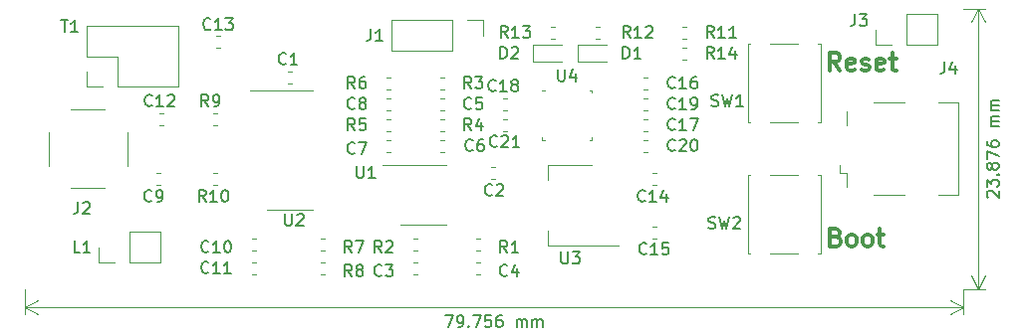
<source format=gbr>
G04 #@! TF.GenerationSoftware,KiCad,Pcbnew,5.1.5-52549c5~86~ubuntu19.10.1*
G04 #@! TF.CreationDate,2020-05-06T16:47:36-07:00*
G04 #@! TF.ProjectId,sdr,7364722e-6b69-4636-9164-5f7063625858,rev?*
G04 #@! TF.SameCoordinates,Original*
G04 #@! TF.FileFunction,Legend,Top*
G04 #@! TF.FilePolarity,Positive*
%FSLAX46Y46*%
G04 Gerber Fmt 4.6, Leading zero omitted, Abs format (unit mm)*
G04 Created by KiCad (PCBNEW 5.1.5-52549c5~86~ubuntu19.10.1) date 2020-05-06 16:47:36*
%MOMM*%
%LPD*%
G04 APERTURE LIST*
%ADD10C,0.150000*%
%ADD11C,0.120000*%
%ADD12C,0.300000*%
G04 APERTURE END LIST*
D10*
X96067619Y-28272857D02*
X96020000Y-28225238D01*
X95972380Y-28130000D01*
X95972380Y-27891904D01*
X96020000Y-27796666D01*
X96067619Y-27749047D01*
X96162857Y-27701428D01*
X96258095Y-27701428D01*
X96400952Y-27749047D01*
X96972380Y-28320476D01*
X96972380Y-27701428D01*
X95972380Y-27368095D02*
X95972380Y-26749047D01*
X96353333Y-27082380D01*
X96353333Y-26939523D01*
X96400952Y-26844285D01*
X96448571Y-26796666D01*
X96543809Y-26749047D01*
X96781904Y-26749047D01*
X96877142Y-26796666D01*
X96924761Y-26844285D01*
X96972380Y-26939523D01*
X96972380Y-27225238D01*
X96924761Y-27320476D01*
X96877142Y-27368095D01*
X96877142Y-26320476D02*
X96924761Y-26272857D01*
X96972380Y-26320476D01*
X96924761Y-26368095D01*
X96877142Y-26320476D01*
X96972380Y-26320476D01*
X96400952Y-25701428D02*
X96353333Y-25796666D01*
X96305714Y-25844285D01*
X96210476Y-25891904D01*
X96162857Y-25891904D01*
X96067619Y-25844285D01*
X96020000Y-25796666D01*
X95972380Y-25701428D01*
X95972380Y-25510952D01*
X96020000Y-25415714D01*
X96067619Y-25368095D01*
X96162857Y-25320476D01*
X96210476Y-25320476D01*
X96305714Y-25368095D01*
X96353333Y-25415714D01*
X96400952Y-25510952D01*
X96400952Y-25701428D01*
X96448571Y-25796666D01*
X96496190Y-25844285D01*
X96591428Y-25891904D01*
X96781904Y-25891904D01*
X96877142Y-25844285D01*
X96924761Y-25796666D01*
X96972380Y-25701428D01*
X96972380Y-25510952D01*
X96924761Y-25415714D01*
X96877142Y-25368095D01*
X96781904Y-25320476D01*
X96591428Y-25320476D01*
X96496190Y-25368095D01*
X96448571Y-25415714D01*
X96400952Y-25510952D01*
X95972380Y-24987142D02*
X95972380Y-24320476D01*
X96972380Y-24749047D01*
X95972380Y-23510952D02*
X95972380Y-23701428D01*
X96020000Y-23796666D01*
X96067619Y-23844285D01*
X96210476Y-23939523D01*
X96400952Y-23987142D01*
X96781904Y-23987142D01*
X96877142Y-23939523D01*
X96924761Y-23891904D01*
X96972380Y-23796666D01*
X96972380Y-23606190D01*
X96924761Y-23510952D01*
X96877142Y-23463333D01*
X96781904Y-23415714D01*
X96543809Y-23415714D01*
X96448571Y-23463333D01*
X96400952Y-23510952D01*
X96353333Y-23606190D01*
X96353333Y-23796666D01*
X96400952Y-23891904D01*
X96448571Y-23939523D01*
X96543809Y-23987142D01*
X96972380Y-22225238D02*
X96305714Y-22225238D01*
X96400952Y-22225238D02*
X96353333Y-22177619D01*
X96305714Y-22082380D01*
X96305714Y-21939523D01*
X96353333Y-21844285D01*
X96448571Y-21796666D01*
X96972380Y-21796666D01*
X96448571Y-21796666D02*
X96353333Y-21749047D01*
X96305714Y-21653809D01*
X96305714Y-21510952D01*
X96353333Y-21415714D01*
X96448571Y-21368095D01*
X96972380Y-21368095D01*
X96972380Y-20891904D02*
X96305714Y-20891904D01*
X96400952Y-20891904D02*
X96353333Y-20844285D01*
X96305714Y-20749047D01*
X96305714Y-20606190D01*
X96353333Y-20510952D01*
X96448571Y-20463333D01*
X96972380Y-20463333D01*
X96448571Y-20463333D02*
X96353333Y-20415714D01*
X96305714Y-20320476D01*
X96305714Y-20177619D01*
X96353333Y-20082380D01*
X96448571Y-20034761D01*
X96972380Y-20034761D01*
D11*
X95250000Y-36068000D02*
X95250000Y-12192000D01*
X93980000Y-36068000D02*
X95836421Y-36068000D01*
X93980000Y-12192000D02*
X95836421Y-12192000D01*
X95250000Y-12192000D02*
X95836421Y-13318504D01*
X95250000Y-12192000D02*
X94663579Y-13318504D01*
X95250000Y-36068000D02*
X95836421Y-34941496D01*
X95250000Y-36068000D02*
X94663579Y-34941496D01*
D10*
X49911523Y-38314379D02*
X50578190Y-38314379D01*
X50149619Y-39314379D01*
X51006761Y-39314379D02*
X51197238Y-39314379D01*
X51292476Y-39266760D01*
X51340095Y-39219141D01*
X51435333Y-39076284D01*
X51482952Y-38885808D01*
X51482952Y-38504856D01*
X51435333Y-38409618D01*
X51387714Y-38361999D01*
X51292476Y-38314379D01*
X51102000Y-38314379D01*
X51006761Y-38361999D01*
X50959142Y-38409618D01*
X50911523Y-38504856D01*
X50911523Y-38742951D01*
X50959142Y-38838189D01*
X51006761Y-38885808D01*
X51102000Y-38933427D01*
X51292476Y-38933427D01*
X51387714Y-38885808D01*
X51435333Y-38838189D01*
X51482952Y-38742951D01*
X51911523Y-39219141D02*
X51959142Y-39266760D01*
X51911523Y-39314379D01*
X51863904Y-39266760D01*
X51911523Y-39219141D01*
X51911523Y-39314379D01*
X52292476Y-38314379D02*
X52959142Y-38314379D01*
X52530571Y-39314379D01*
X53816285Y-38314379D02*
X53340095Y-38314379D01*
X53292476Y-38790570D01*
X53340095Y-38742951D01*
X53435333Y-38695332D01*
X53673428Y-38695332D01*
X53768666Y-38742951D01*
X53816285Y-38790570D01*
X53863904Y-38885808D01*
X53863904Y-39123903D01*
X53816285Y-39219141D01*
X53768666Y-39266760D01*
X53673428Y-39314379D01*
X53435333Y-39314379D01*
X53340095Y-39266760D01*
X53292476Y-39219141D01*
X54721047Y-38314379D02*
X54530571Y-38314379D01*
X54435333Y-38361999D01*
X54387714Y-38409618D01*
X54292476Y-38552475D01*
X54244857Y-38742951D01*
X54244857Y-39123903D01*
X54292476Y-39219141D01*
X54340095Y-39266760D01*
X54435333Y-39314379D01*
X54625809Y-39314379D01*
X54721047Y-39266760D01*
X54768666Y-39219141D01*
X54816285Y-39123903D01*
X54816285Y-38885808D01*
X54768666Y-38790570D01*
X54721047Y-38742951D01*
X54625809Y-38695332D01*
X54435333Y-38695332D01*
X54340095Y-38742951D01*
X54292476Y-38790570D01*
X54244857Y-38885808D01*
X56006761Y-39314379D02*
X56006761Y-38647713D01*
X56006761Y-38742951D02*
X56054380Y-38695332D01*
X56149619Y-38647713D01*
X56292476Y-38647713D01*
X56387714Y-38695332D01*
X56435333Y-38790570D01*
X56435333Y-39314379D01*
X56435333Y-38790570D02*
X56482952Y-38695332D01*
X56578190Y-38647713D01*
X56721047Y-38647713D01*
X56816285Y-38695332D01*
X56863904Y-38790570D01*
X56863904Y-39314379D01*
X57340095Y-39314379D02*
X57340095Y-38647713D01*
X57340095Y-38742951D02*
X57387714Y-38695332D01*
X57482952Y-38647713D01*
X57625809Y-38647713D01*
X57721047Y-38695332D01*
X57768666Y-38790570D01*
X57768666Y-39314379D01*
X57768666Y-38790570D02*
X57816285Y-38695332D01*
X57911523Y-38647713D01*
X58054380Y-38647713D01*
X58149619Y-38695332D01*
X58197238Y-38790570D01*
X58197238Y-39314379D01*
D11*
X14224000Y-37591999D02*
X93980000Y-37591999D01*
X14224000Y-36068000D02*
X14224000Y-38178420D01*
X93980000Y-36068000D02*
X93980000Y-38178420D01*
X93980000Y-37591999D02*
X92853496Y-38178420D01*
X93980000Y-37591999D02*
X92853496Y-37005578D01*
X14224000Y-37591999D02*
X15350504Y-38178420D01*
X14224000Y-37591999D02*
X15350504Y-37005578D01*
D12*
X83157428Y-31642857D02*
X83371714Y-31714285D01*
X83443142Y-31785714D01*
X83514571Y-31928571D01*
X83514571Y-32142857D01*
X83443142Y-32285714D01*
X83371714Y-32357142D01*
X83228857Y-32428571D01*
X82657428Y-32428571D01*
X82657428Y-30928571D01*
X83157428Y-30928571D01*
X83300285Y-31000000D01*
X83371714Y-31071428D01*
X83443142Y-31214285D01*
X83443142Y-31357142D01*
X83371714Y-31500000D01*
X83300285Y-31571428D01*
X83157428Y-31642857D01*
X82657428Y-31642857D01*
X84371714Y-32428571D02*
X84228857Y-32357142D01*
X84157428Y-32285714D01*
X84086000Y-32142857D01*
X84086000Y-31714285D01*
X84157428Y-31571428D01*
X84228857Y-31500000D01*
X84371714Y-31428571D01*
X84586000Y-31428571D01*
X84728857Y-31500000D01*
X84800285Y-31571428D01*
X84871714Y-31714285D01*
X84871714Y-32142857D01*
X84800285Y-32285714D01*
X84728857Y-32357142D01*
X84586000Y-32428571D01*
X84371714Y-32428571D01*
X85728857Y-32428571D02*
X85586000Y-32357142D01*
X85514571Y-32285714D01*
X85443142Y-32142857D01*
X85443142Y-31714285D01*
X85514571Y-31571428D01*
X85586000Y-31500000D01*
X85728857Y-31428571D01*
X85943142Y-31428571D01*
X86086000Y-31500000D01*
X86157428Y-31571428D01*
X86228857Y-31714285D01*
X86228857Y-32142857D01*
X86157428Y-32285714D01*
X86086000Y-32357142D01*
X85943142Y-32428571D01*
X85728857Y-32428571D01*
X86657428Y-31428571D02*
X87228857Y-31428571D01*
X86871714Y-30928571D02*
X86871714Y-32214285D01*
X86943142Y-32357142D01*
X87086000Y-32428571D01*
X87228857Y-32428571D01*
X83486857Y-17442571D02*
X82986857Y-16728285D01*
X82629714Y-17442571D02*
X82629714Y-15942571D01*
X83201142Y-15942571D01*
X83344000Y-16014000D01*
X83415428Y-16085428D01*
X83486857Y-16228285D01*
X83486857Y-16442571D01*
X83415428Y-16585428D01*
X83344000Y-16656857D01*
X83201142Y-16728285D01*
X82629714Y-16728285D01*
X84701142Y-17371142D02*
X84558285Y-17442571D01*
X84272571Y-17442571D01*
X84129714Y-17371142D01*
X84058285Y-17228285D01*
X84058285Y-16656857D01*
X84129714Y-16514000D01*
X84272571Y-16442571D01*
X84558285Y-16442571D01*
X84701142Y-16514000D01*
X84772571Y-16656857D01*
X84772571Y-16799714D01*
X84058285Y-16942571D01*
X85344000Y-17371142D02*
X85486857Y-17442571D01*
X85772571Y-17442571D01*
X85915428Y-17371142D01*
X85986857Y-17228285D01*
X85986857Y-17156857D01*
X85915428Y-17014000D01*
X85772571Y-16942571D01*
X85558285Y-16942571D01*
X85415428Y-16871142D01*
X85344000Y-16728285D01*
X85344000Y-16656857D01*
X85415428Y-16514000D01*
X85558285Y-16442571D01*
X85772571Y-16442571D01*
X85915428Y-16514000D01*
X87201142Y-17371142D02*
X87058285Y-17442571D01*
X86772571Y-17442571D01*
X86629714Y-17371142D01*
X86558285Y-17228285D01*
X86558285Y-16656857D01*
X86629714Y-16514000D01*
X86772571Y-16442571D01*
X87058285Y-16442571D01*
X87201142Y-16514000D01*
X87272571Y-16656857D01*
X87272571Y-16799714D01*
X86558285Y-16942571D01*
X87701142Y-16442571D02*
X88272571Y-16442571D01*
X87915428Y-15942571D02*
X87915428Y-17228285D01*
X87986857Y-17371142D01*
X88129714Y-17442571D01*
X88272571Y-17442571D01*
D11*
X86554000Y-15300000D02*
X86554000Y-13970000D01*
X87884000Y-15300000D02*
X86554000Y-15300000D01*
X89154000Y-15300000D02*
X89154000Y-12640000D01*
X89154000Y-12640000D02*
X91754000Y-12640000D01*
X89154000Y-15300000D02*
X91754000Y-15300000D01*
X91754000Y-15300000D02*
X91754000Y-12640000D01*
X53146000Y-13148000D02*
X53146000Y-14478000D01*
X51816000Y-13148000D02*
X53146000Y-13148000D01*
X50546000Y-13148000D02*
X50546000Y-15808000D01*
X50546000Y-15808000D02*
X45406000Y-15808000D01*
X50546000Y-13148000D02*
X45406000Y-13148000D01*
X45406000Y-13148000D02*
X45406000Y-15808000D01*
X20514000Y-33842000D02*
X20514000Y-32512000D01*
X21844000Y-33842000D02*
X20514000Y-33842000D01*
X23114000Y-33842000D02*
X23114000Y-31182000D01*
X23114000Y-31182000D02*
X25714000Y-31182000D01*
X23114000Y-33842000D02*
X25714000Y-33842000D01*
X25714000Y-33842000D02*
X25714000Y-31182000D01*
X19498000Y-18856000D02*
X19498000Y-17526000D01*
X20828000Y-18856000D02*
X19498000Y-18856000D01*
X19498000Y-16256000D02*
X19498000Y-13656000D01*
X22098000Y-16256000D02*
X19498000Y-16256000D01*
X22098000Y-18856000D02*
X22098000Y-16256000D01*
X19498000Y-13656000D02*
X27238000Y-13656000D01*
X22098000Y-18856000D02*
X27238000Y-18856000D01*
X27238000Y-18856000D02*
X27238000Y-13656000D01*
X81840000Y-33068000D02*
X81840000Y-26368000D01*
X75640000Y-26368000D02*
X75640000Y-33068000D01*
X77540000Y-26368000D02*
X79940000Y-26368000D01*
X77540000Y-33068000D02*
X79940000Y-33068000D01*
X75640000Y-33068000D02*
X75840000Y-33068000D01*
X81840000Y-33068000D02*
X81640000Y-33068000D01*
X81840000Y-26368000D02*
X81640000Y-26368000D01*
X75640000Y-26368000D02*
X75840000Y-26368000D01*
X81840000Y-21892000D02*
X81840000Y-15192000D01*
X75640000Y-15192000D02*
X75640000Y-21892000D01*
X77540000Y-15192000D02*
X79940000Y-15192000D01*
X77540000Y-21892000D02*
X79940000Y-21892000D01*
X75640000Y-21892000D02*
X75840000Y-21892000D01*
X81840000Y-21892000D02*
X81640000Y-21892000D01*
X81840000Y-15192000D02*
X81640000Y-15192000D01*
X75640000Y-15192000D02*
X75840000Y-15192000D01*
X21008000Y-27485000D02*
X18108000Y-27485000D01*
X21008000Y-20775000D02*
X18108000Y-20775000D01*
X16203000Y-25580000D02*
X16203000Y-22680000D01*
X22913000Y-25580000D02*
X22913000Y-22680000D01*
X93534000Y-20170000D02*
X91874000Y-20170000D01*
X93534000Y-28090000D02*
X93534000Y-20170000D01*
X91874000Y-28090000D02*
X93534000Y-28090000D01*
X84064000Y-22080000D02*
X84064000Y-20930000D01*
X83474000Y-26180000D02*
X83474000Y-25480000D01*
X84064000Y-26180000D02*
X83474000Y-26180000D01*
X84064000Y-27330000D02*
X84064000Y-26180000D01*
X86374000Y-20170000D02*
X88974000Y-20170000D01*
X88974000Y-28090000D02*
X86374000Y-28090000D01*
X58407500Y-19131500D02*
X58182500Y-19131500D01*
X62402500Y-23351500D02*
X62402500Y-23126500D01*
X62177500Y-23351500D02*
X62402500Y-23351500D01*
X58182500Y-23351500D02*
X58182500Y-23126500D01*
X58407500Y-23351500D02*
X58182500Y-23351500D01*
X62402500Y-19131500D02*
X62402500Y-19356500D01*
X62177500Y-19131500D02*
X62402500Y-19131500D01*
X64654000Y-32366000D02*
X58644000Y-32366000D01*
X62404000Y-25546000D02*
X58644000Y-25546000D01*
X58644000Y-32366000D02*
X58644000Y-31106000D01*
X58644000Y-25546000D02*
X58644000Y-26806000D01*
X36765000Y-19197000D02*
X33315000Y-19197000D01*
X36765000Y-19197000D02*
X38715000Y-19197000D01*
X36765000Y-29317000D02*
X34815000Y-29317000D01*
X36765000Y-29317000D02*
X38715000Y-29317000D01*
X48071000Y-25507000D02*
X44621000Y-25507000D01*
X48071000Y-25507000D02*
X50021000Y-25507000D01*
X48071000Y-30627000D02*
X46121000Y-30627000D01*
X48071000Y-30627000D02*
X50021000Y-30627000D01*
X70416267Y-15492000D02*
X70073733Y-15492000D01*
X70416267Y-16512000D02*
X70073733Y-16512000D01*
X59212267Y-13714000D02*
X58869733Y-13714000D01*
X59212267Y-14734000D02*
X58869733Y-14734000D01*
X63022267Y-13714000D02*
X62679733Y-13714000D01*
X63022267Y-14734000D02*
X62679733Y-14734000D01*
X70045733Y-14734000D02*
X70388267Y-14734000D01*
X70045733Y-13714000D02*
X70388267Y-13714000D01*
X30510267Y-26160000D02*
X30167733Y-26160000D01*
X30510267Y-27180000D02*
X30167733Y-27180000D01*
X30538267Y-21080000D02*
X30195733Y-21080000D01*
X30538267Y-22100000D02*
X30195733Y-22100000D01*
X39682267Y-33780000D02*
X39339733Y-33780000D01*
X39682267Y-34800000D02*
X39339733Y-34800000D01*
X39682267Y-31748000D02*
X39339733Y-31748000D01*
X39682267Y-32768000D02*
X39339733Y-32768000D01*
X45242267Y-18032000D02*
X44899733Y-18032000D01*
X45242267Y-19052000D02*
X44899733Y-19052000D01*
X45242267Y-21588000D02*
X44899733Y-21588000D01*
X45242267Y-22608000D02*
X44899733Y-22608000D01*
X49471733Y-22608000D02*
X49814267Y-22608000D01*
X49471733Y-21588000D02*
X49814267Y-21588000D01*
X49471733Y-19052000D02*
X49814267Y-19052000D01*
X49471733Y-18032000D02*
X49814267Y-18032000D01*
X47556267Y-31748000D02*
X47213733Y-31748000D01*
X47556267Y-32768000D02*
X47213733Y-32768000D01*
X52862267Y-31748000D02*
X52519733Y-31748000D01*
X52862267Y-32768000D02*
X52519733Y-32768000D01*
X57381000Y-16737000D02*
X59841000Y-16737000D01*
X57381000Y-15267000D02*
X57381000Y-16737000D01*
X59841000Y-15267000D02*
X57381000Y-15267000D01*
X61191000Y-16737000D02*
X63651000Y-16737000D01*
X61191000Y-15267000D02*
X61191000Y-16737000D01*
X63651000Y-15267000D02*
X61191000Y-15267000D01*
X55148267Y-21588000D02*
X54805733Y-21588000D01*
X55148267Y-22608000D02*
X54805733Y-22608000D01*
X66771733Y-24386000D02*
X67114267Y-24386000D01*
X66771733Y-23366000D02*
X67114267Y-23366000D01*
X66771733Y-20830000D02*
X67114267Y-20830000D01*
X66771733Y-19810000D02*
X67114267Y-19810000D01*
X55148267Y-19810000D02*
X54805733Y-19810000D01*
X55148267Y-20830000D02*
X54805733Y-20830000D01*
X66771733Y-22608000D02*
X67114267Y-22608000D01*
X66771733Y-21588000D02*
X67114267Y-21588000D01*
X66771733Y-19052000D02*
X67114267Y-19052000D01*
X66771733Y-18032000D02*
X67114267Y-18032000D01*
X67848267Y-30732000D02*
X67505733Y-30732000D01*
X67848267Y-31752000D02*
X67505733Y-31752000D01*
X67533733Y-27180000D02*
X67876267Y-27180000D01*
X67533733Y-26160000D02*
X67876267Y-26160000D01*
X30449733Y-15496000D02*
X30792267Y-15496000D01*
X30449733Y-14476000D02*
X30792267Y-14476000D01*
X25938267Y-21080000D02*
X25595733Y-21080000D01*
X25938267Y-22100000D02*
X25595733Y-22100000D01*
X33812267Y-33780000D02*
X33469733Y-33780000D01*
X33812267Y-34800000D02*
X33469733Y-34800000D01*
X33812267Y-31748000D02*
X33469733Y-31748000D01*
X33812267Y-32768000D02*
X33469733Y-32768000D01*
X25684267Y-26160000D02*
X25341733Y-26160000D01*
X25684267Y-27180000D02*
X25341733Y-27180000D01*
X44899733Y-20830000D02*
X45242267Y-20830000D01*
X44899733Y-19810000D02*
X45242267Y-19810000D01*
X45242267Y-23366000D02*
X44899733Y-23366000D01*
X45242267Y-24386000D02*
X44899733Y-24386000D01*
X49471733Y-24386000D02*
X49814267Y-24386000D01*
X49471733Y-23366000D02*
X49814267Y-23366000D01*
X49842267Y-19810000D02*
X49499733Y-19810000D01*
X49842267Y-20830000D02*
X49499733Y-20830000D01*
X52519733Y-34800000D02*
X52862267Y-34800000D01*
X52519733Y-33780000D02*
X52862267Y-33780000D01*
X47528267Y-33780000D02*
X47185733Y-33780000D01*
X47528267Y-34800000D02*
X47185733Y-34800000D01*
X53817733Y-26672000D02*
X54160267Y-26672000D01*
X53817733Y-25652000D02*
X54160267Y-25652000D01*
X36860267Y-17524000D02*
X36517733Y-17524000D01*
X36860267Y-18544000D02*
X36517733Y-18544000D01*
D10*
X84756666Y-12660380D02*
X84756666Y-13374666D01*
X84709047Y-13517523D01*
X84613809Y-13612761D01*
X84470952Y-13660380D01*
X84375714Y-13660380D01*
X85137619Y-12660380D02*
X85756666Y-12660380D01*
X85423333Y-13041333D01*
X85566190Y-13041333D01*
X85661428Y-13088952D01*
X85709047Y-13136571D01*
X85756666Y-13231809D01*
X85756666Y-13469904D01*
X85709047Y-13565142D01*
X85661428Y-13612761D01*
X85566190Y-13660380D01*
X85280476Y-13660380D01*
X85185238Y-13612761D01*
X85137619Y-13565142D01*
X43608666Y-13930380D02*
X43608666Y-14644666D01*
X43561047Y-14787523D01*
X43465809Y-14882761D01*
X43322952Y-14930380D01*
X43227714Y-14930380D01*
X44608666Y-14930380D02*
X44037238Y-14930380D01*
X44322952Y-14930380D02*
X44322952Y-13930380D01*
X44227714Y-14073238D01*
X44132476Y-14168476D01*
X44037238Y-14216095D01*
X18883333Y-32964380D02*
X18407142Y-32964380D01*
X18407142Y-31964380D01*
X19740476Y-32964380D02*
X19169047Y-32964380D01*
X19454761Y-32964380D02*
X19454761Y-31964380D01*
X19359523Y-32107238D01*
X19264285Y-32202476D01*
X19169047Y-32250095D01*
X17272095Y-13168380D02*
X17843523Y-13168380D01*
X17557809Y-14168380D02*
X17557809Y-13168380D01*
X18700666Y-14168380D02*
X18129238Y-14168380D01*
X18414952Y-14168380D02*
X18414952Y-13168380D01*
X18319714Y-13311238D01*
X18224476Y-13406476D01*
X18129238Y-13454095D01*
X72326666Y-30884761D02*
X72469523Y-30932380D01*
X72707619Y-30932380D01*
X72802857Y-30884761D01*
X72850476Y-30837142D01*
X72898095Y-30741904D01*
X72898095Y-30646666D01*
X72850476Y-30551428D01*
X72802857Y-30503809D01*
X72707619Y-30456190D01*
X72517142Y-30408571D01*
X72421904Y-30360952D01*
X72374285Y-30313333D01*
X72326666Y-30218095D01*
X72326666Y-30122857D01*
X72374285Y-30027619D01*
X72421904Y-29980000D01*
X72517142Y-29932380D01*
X72755238Y-29932380D01*
X72898095Y-29980000D01*
X73231428Y-29932380D02*
X73469523Y-30932380D01*
X73660000Y-30218095D01*
X73850476Y-30932380D01*
X74088571Y-29932380D01*
X74421904Y-30027619D02*
X74469523Y-29980000D01*
X74564761Y-29932380D01*
X74802857Y-29932380D01*
X74898095Y-29980000D01*
X74945714Y-30027619D01*
X74993333Y-30122857D01*
X74993333Y-30218095D01*
X74945714Y-30360952D01*
X74374285Y-30932380D01*
X74993333Y-30932380D01*
X72580666Y-20470761D02*
X72723523Y-20518380D01*
X72961619Y-20518380D01*
X73056857Y-20470761D01*
X73104476Y-20423142D01*
X73152095Y-20327904D01*
X73152095Y-20232666D01*
X73104476Y-20137428D01*
X73056857Y-20089809D01*
X72961619Y-20042190D01*
X72771142Y-19994571D01*
X72675904Y-19946952D01*
X72628285Y-19899333D01*
X72580666Y-19804095D01*
X72580666Y-19708857D01*
X72628285Y-19613619D01*
X72675904Y-19566000D01*
X72771142Y-19518380D01*
X73009238Y-19518380D01*
X73152095Y-19566000D01*
X73485428Y-19518380D02*
X73723523Y-20518380D01*
X73914000Y-19804095D01*
X74104476Y-20518380D01*
X74342571Y-19518380D01*
X75247333Y-20518380D02*
X74675904Y-20518380D01*
X74961619Y-20518380D02*
X74961619Y-19518380D01*
X74866380Y-19661238D01*
X74771142Y-19756476D01*
X74675904Y-19804095D01*
X18716666Y-28662380D02*
X18716666Y-29376666D01*
X18669047Y-29519523D01*
X18573809Y-29614761D01*
X18430952Y-29662380D01*
X18335714Y-29662380D01*
X19145238Y-28757619D02*
X19192857Y-28710000D01*
X19288095Y-28662380D01*
X19526190Y-28662380D01*
X19621428Y-28710000D01*
X19669047Y-28757619D01*
X19716666Y-28852857D01*
X19716666Y-28948095D01*
X19669047Y-29090952D01*
X19097619Y-29662380D01*
X19716666Y-29662380D01*
X92376666Y-16724380D02*
X92376666Y-17438666D01*
X92329047Y-17581523D01*
X92233809Y-17676761D01*
X92090952Y-17724380D01*
X91995714Y-17724380D01*
X93281428Y-17057714D02*
X93281428Y-17724380D01*
X93043333Y-16676761D02*
X92805238Y-17391047D01*
X93424285Y-17391047D01*
X59530595Y-17373880D02*
X59530595Y-18183404D01*
X59578214Y-18278642D01*
X59625833Y-18326261D01*
X59721071Y-18373880D01*
X59911547Y-18373880D01*
X60006785Y-18326261D01*
X60054404Y-18278642D01*
X60102023Y-18183404D01*
X60102023Y-17373880D01*
X61006785Y-17707214D02*
X61006785Y-18373880D01*
X60768690Y-17326261D02*
X60530595Y-18040547D01*
X61149642Y-18040547D01*
X59792095Y-32908380D02*
X59792095Y-33717904D01*
X59839714Y-33813142D01*
X59887333Y-33860761D01*
X59982571Y-33908380D01*
X60173047Y-33908380D01*
X60268285Y-33860761D01*
X60315904Y-33813142D01*
X60363523Y-33717904D01*
X60363523Y-32908380D01*
X60744476Y-32908380D02*
X61363523Y-32908380D01*
X61030190Y-33289333D01*
X61173047Y-33289333D01*
X61268285Y-33336952D01*
X61315904Y-33384571D01*
X61363523Y-33479809D01*
X61363523Y-33717904D01*
X61315904Y-33813142D01*
X61268285Y-33860761D01*
X61173047Y-33908380D01*
X60887333Y-33908380D01*
X60792095Y-33860761D01*
X60744476Y-33813142D01*
X36322095Y-29678380D02*
X36322095Y-30487904D01*
X36369714Y-30583142D01*
X36417333Y-30630761D01*
X36512571Y-30678380D01*
X36703047Y-30678380D01*
X36798285Y-30630761D01*
X36845904Y-30583142D01*
X36893523Y-30487904D01*
X36893523Y-29678380D01*
X37322095Y-29773619D02*
X37369714Y-29726000D01*
X37464952Y-29678380D01*
X37703047Y-29678380D01*
X37798285Y-29726000D01*
X37845904Y-29773619D01*
X37893523Y-29868857D01*
X37893523Y-29964095D01*
X37845904Y-30106952D01*
X37274476Y-30678380D01*
X37893523Y-30678380D01*
X42418095Y-25614380D02*
X42418095Y-26423904D01*
X42465714Y-26519142D01*
X42513333Y-26566761D01*
X42608571Y-26614380D01*
X42799047Y-26614380D01*
X42894285Y-26566761D01*
X42941904Y-26519142D01*
X42989523Y-26423904D01*
X42989523Y-25614380D01*
X43989523Y-26614380D02*
X43418095Y-26614380D01*
X43703809Y-26614380D02*
X43703809Y-25614380D01*
X43608571Y-25757238D01*
X43513333Y-25852476D01*
X43418095Y-25900095D01*
X72763142Y-16454380D02*
X72429809Y-15978190D01*
X72191714Y-16454380D02*
X72191714Y-15454380D01*
X72572666Y-15454380D01*
X72667904Y-15502000D01*
X72715523Y-15549619D01*
X72763142Y-15644857D01*
X72763142Y-15787714D01*
X72715523Y-15882952D01*
X72667904Y-15930571D01*
X72572666Y-15978190D01*
X72191714Y-15978190D01*
X73715523Y-16454380D02*
X73144095Y-16454380D01*
X73429809Y-16454380D02*
X73429809Y-15454380D01*
X73334571Y-15597238D01*
X73239333Y-15692476D01*
X73144095Y-15740095D01*
X74572666Y-15787714D02*
X74572666Y-16454380D01*
X74334571Y-15406761D02*
X74096476Y-16121047D01*
X74715523Y-16121047D01*
X55237142Y-14676380D02*
X54903809Y-14200190D01*
X54665714Y-14676380D02*
X54665714Y-13676380D01*
X55046666Y-13676380D01*
X55141904Y-13724000D01*
X55189523Y-13771619D01*
X55237142Y-13866857D01*
X55237142Y-14009714D01*
X55189523Y-14104952D01*
X55141904Y-14152571D01*
X55046666Y-14200190D01*
X54665714Y-14200190D01*
X56189523Y-14676380D02*
X55618095Y-14676380D01*
X55903809Y-14676380D02*
X55903809Y-13676380D01*
X55808571Y-13819238D01*
X55713333Y-13914476D01*
X55618095Y-13962095D01*
X56522857Y-13676380D02*
X57141904Y-13676380D01*
X56808571Y-14057333D01*
X56951428Y-14057333D01*
X57046666Y-14104952D01*
X57094285Y-14152571D01*
X57141904Y-14247809D01*
X57141904Y-14485904D01*
X57094285Y-14581142D01*
X57046666Y-14628761D01*
X56951428Y-14676380D01*
X56665714Y-14676380D01*
X56570476Y-14628761D01*
X56522857Y-14581142D01*
X65651142Y-14676380D02*
X65317809Y-14200190D01*
X65079714Y-14676380D02*
X65079714Y-13676380D01*
X65460666Y-13676380D01*
X65555904Y-13724000D01*
X65603523Y-13771619D01*
X65651142Y-13866857D01*
X65651142Y-14009714D01*
X65603523Y-14104952D01*
X65555904Y-14152571D01*
X65460666Y-14200190D01*
X65079714Y-14200190D01*
X66603523Y-14676380D02*
X66032095Y-14676380D01*
X66317809Y-14676380D02*
X66317809Y-13676380D01*
X66222571Y-13819238D01*
X66127333Y-13914476D01*
X66032095Y-13962095D01*
X66984476Y-13771619D02*
X67032095Y-13724000D01*
X67127333Y-13676380D01*
X67365428Y-13676380D01*
X67460666Y-13724000D01*
X67508285Y-13771619D01*
X67555904Y-13866857D01*
X67555904Y-13962095D01*
X67508285Y-14104952D01*
X66936857Y-14676380D01*
X67555904Y-14676380D01*
X72763142Y-14676380D02*
X72429809Y-14200190D01*
X72191714Y-14676380D02*
X72191714Y-13676380D01*
X72572666Y-13676380D01*
X72667904Y-13724000D01*
X72715523Y-13771619D01*
X72763142Y-13866857D01*
X72763142Y-14009714D01*
X72715523Y-14104952D01*
X72667904Y-14152571D01*
X72572666Y-14200190D01*
X72191714Y-14200190D01*
X73715523Y-14676380D02*
X73144095Y-14676380D01*
X73429809Y-14676380D02*
X73429809Y-13676380D01*
X73334571Y-13819238D01*
X73239333Y-13914476D01*
X73144095Y-13962095D01*
X74667904Y-14676380D02*
X74096476Y-14676380D01*
X74382190Y-14676380D02*
X74382190Y-13676380D01*
X74286952Y-13819238D01*
X74191714Y-13914476D01*
X74096476Y-13962095D01*
X29583142Y-28646380D02*
X29249809Y-28170190D01*
X29011714Y-28646380D02*
X29011714Y-27646380D01*
X29392666Y-27646380D01*
X29487904Y-27694000D01*
X29535523Y-27741619D01*
X29583142Y-27836857D01*
X29583142Y-27979714D01*
X29535523Y-28074952D01*
X29487904Y-28122571D01*
X29392666Y-28170190D01*
X29011714Y-28170190D01*
X30535523Y-28646380D02*
X29964095Y-28646380D01*
X30249809Y-28646380D02*
X30249809Y-27646380D01*
X30154571Y-27789238D01*
X30059333Y-27884476D01*
X29964095Y-27932095D01*
X31154571Y-27646380D02*
X31249809Y-27646380D01*
X31345047Y-27694000D01*
X31392666Y-27741619D01*
X31440285Y-27836857D01*
X31487904Y-28027333D01*
X31487904Y-28265428D01*
X31440285Y-28455904D01*
X31392666Y-28551142D01*
X31345047Y-28598761D01*
X31249809Y-28646380D01*
X31154571Y-28646380D01*
X31059333Y-28598761D01*
X31011714Y-28551142D01*
X30964095Y-28455904D01*
X30916476Y-28265428D01*
X30916476Y-28027333D01*
X30964095Y-27836857D01*
X31011714Y-27741619D01*
X31059333Y-27694000D01*
X31154571Y-27646380D01*
X29805333Y-20518380D02*
X29472000Y-20042190D01*
X29233904Y-20518380D02*
X29233904Y-19518380D01*
X29614857Y-19518380D01*
X29710095Y-19566000D01*
X29757714Y-19613619D01*
X29805333Y-19708857D01*
X29805333Y-19851714D01*
X29757714Y-19946952D01*
X29710095Y-19994571D01*
X29614857Y-20042190D01*
X29233904Y-20042190D01*
X30281523Y-20518380D02*
X30472000Y-20518380D01*
X30567238Y-20470761D01*
X30614857Y-20423142D01*
X30710095Y-20280285D01*
X30757714Y-20089809D01*
X30757714Y-19708857D01*
X30710095Y-19613619D01*
X30662476Y-19566000D01*
X30567238Y-19518380D01*
X30376761Y-19518380D01*
X30281523Y-19566000D01*
X30233904Y-19613619D01*
X30186285Y-19708857D01*
X30186285Y-19946952D01*
X30233904Y-20042190D01*
X30281523Y-20089809D01*
X30376761Y-20137428D01*
X30567238Y-20137428D01*
X30662476Y-20089809D01*
X30710095Y-20042190D01*
X30757714Y-19946952D01*
X41997333Y-34996380D02*
X41664000Y-34520190D01*
X41425904Y-34996380D02*
X41425904Y-33996380D01*
X41806857Y-33996380D01*
X41902095Y-34044000D01*
X41949714Y-34091619D01*
X41997333Y-34186857D01*
X41997333Y-34329714D01*
X41949714Y-34424952D01*
X41902095Y-34472571D01*
X41806857Y-34520190D01*
X41425904Y-34520190D01*
X42568761Y-34424952D02*
X42473523Y-34377333D01*
X42425904Y-34329714D01*
X42378285Y-34234476D01*
X42378285Y-34186857D01*
X42425904Y-34091619D01*
X42473523Y-34044000D01*
X42568761Y-33996380D01*
X42759238Y-33996380D01*
X42854476Y-34044000D01*
X42902095Y-34091619D01*
X42949714Y-34186857D01*
X42949714Y-34234476D01*
X42902095Y-34329714D01*
X42854476Y-34377333D01*
X42759238Y-34424952D01*
X42568761Y-34424952D01*
X42473523Y-34472571D01*
X42425904Y-34520190D01*
X42378285Y-34615428D01*
X42378285Y-34805904D01*
X42425904Y-34901142D01*
X42473523Y-34948761D01*
X42568761Y-34996380D01*
X42759238Y-34996380D01*
X42854476Y-34948761D01*
X42902095Y-34901142D01*
X42949714Y-34805904D01*
X42949714Y-34615428D01*
X42902095Y-34520190D01*
X42854476Y-34472571D01*
X42759238Y-34424952D01*
X41997333Y-32964380D02*
X41664000Y-32488190D01*
X41425904Y-32964380D02*
X41425904Y-31964380D01*
X41806857Y-31964380D01*
X41902095Y-32012000D01*
X41949714Y-32059619D01*
X41997333Y-32154857D01*
X41997333Y-32297714D01*
X41949714Y-32392952D01*
X41902095Y-32440571D01*
X41806857Y-32488190D01*
X41425904Y-32488190D01*
X42330666Y-31964380D02*
X42997333Y-31964380D01*
X42568761Y-32964380D01*
X42251333Y-18994380D02*
X41918000Y-18518190D01*
X41679904Y-18994380D02*
X41679904Y-17994380D01*
X42060857Y-17994380D01*
X42156095Y-18042000D01*
X42203714Y-18089619D01*
X42251333Y-18184857D01*
X42251333Y-18327714D01*
X42203714Y-18422952D01*
X42156095Y-18470571D01*
X42060857Y-18518190D01*
X41679904Y-18518190D01*
X43108476Y-17994380D02*
X42918000Y-17994380D01*
X42822761Y-18042000D01*
X42775142Y-18089619D01*
X42679904Y-18232476D01*
X42632285Y-18422952D01*
X42632285Y-18803904D01*
X42679904Y-18899142D01*
X42727523Y-18946761D01*
X42822761Y-18994380D01*
X43013238Y-18994380D01*
X43108476Y-18946761D01*
X43156095Y-18899142D01*
X43203714Y-18803904D01*
X43203714Y-18565809D01*
X43156095Y-18470571D01*
X43108476Y-18422952D01*
X43013238Y-18375333D01*
X42822761Y-18375333D01*
X42727523Y-18422952D01*
X42679904Y-18470571D01*
X42632285Y-18565809D01*
X42251333Y-22550380D02*
X41918000Y-22074190D01*
X41679904Y-22550380D02*
X41679904Y-21550380D01*
X42060857Y-21550380D01*
X42156095Y-21598000D01*
X42203714Y-21645619D01*
X42251333Y-21740857D01*
X42251333Y-21883714D01*
X42203714Y-21978952D01*
X42156095Y-22026571D01*
X42060857Y-22074190D01*
X41679904Y-22074190D01*
X43156095Y-21550380D02*
X42679904Y-21550380D01*
X42632285Y-22026571D01*
X42679904Y-21978952D01*
X42775142Y-21931333D01*
X43013238Y-21931333D01*
X43108476Y-21978952D01*
X43156095Y-22026571D01*
X43203714Y-22121809D01*
X43203714Y-22359904D01*
X43156095Y-22455142D01*
X43108476Y-22502761D01*
X43013238Y-22550380D01*
X42775142Y-22550380D01*
X42679904Y-22502761D01*
X42632285Y-22455142D01*
X52157333Y-22550380D02*
X51824000Y-22074190D01*
X51585904Y-22550380D02*
X51585904Y-21550380D01*
X51966857Y-21550380D01*
X52062095Y-21598000D01*
X52109714Y-21645619D01*
X52157333Y-21740857D01*
X52157333Y-21883714D01*
X52109714Y-21978952D01*
X52062095Y-22026571D01*
X51966857Y-22074190D01*
X51585904Y-22074190D01*
X53014476Y-21883714D02*
X53014476Y-22550380D01*
X52776380Y-21502761D02*
X52538285Y-22217047D01*
X53157333Y-22217047D01*
X52157333Y-18994380D02*
X51824000Y-18518190D01*
X51585904Y-18994380D02*
X51585904Y-17994380D01*
X51966857Y-17994380D01*
X52062095Y-18042000D01*
X52109714Y-18089619D01*
X52157333Y-18184857D01*
X52157333Y-18327714D01*
X52109714Y-18422952D01*
X52062095Y-18470571D01*
X51966857Y-18518190D01*
X51585904Y-18518190D01*
X52490666Y-17994380D02*
X53109714Y-17994380D01*
X52776380Y-18375333D01*
X52919238Y-18375333D01*
X53014476Y-18422952D01*
X53062095Y-18470571D01*
X53109714Y-18565809D01*
X53109714Y-18803904D01*
X53062095Y-18899142D01*
X53014476Y-18946761D01*
X52919238Y-18994380D01*
X52633523Y-18994380D01*
X52538285Y-18946761D01*
X52490666Y-18899142D01*
X44537333Y-32964380D02*
X44204000Y-32488190D01*
X43965904Y-32964380D02*
X43965904Y-31964380D01*
X44346857Y-31964380D01*
X44442095Y-32012000D01*
X44489714Y-32059619D01*
X44537333Y-32154857D01*
X44537333Y-32297714D01*
X44489714Y-32392952D01*
X44442095Y-32440571D01*
X44346857Y-32488190D01*
X43965904Y-32488190D01*
X44918285Y-32059619D02*
X44965904Y-32012000D01*
X45061142Y-31964380D01*
X45299238Y-31964380D01*
X45394476Y-32012000D01*
X45442095Y-32059619D01*
X45489714Y-32154857D01*
X45489714Y-32250095D01*
X45442095Y-32392952D01*
X44870666Y-32964380D01*
X45489714Y-32964380D01*
X55205333Y-32964380D02*
X54872000Y-32488190D01*
X54633904Y-32964380D02*
X54633904Y-31964380D01*
X55014857Y-31964380D01*
X55110095Y-32012000D01*
X55157714Y-32059619D01*
X55205333Y-32154857D01*
X55205333Y-32297714D01*
X55157714Y-32392952D01*
X55110095Y-32440571D01*
X55014857Y-32488190D01*
X54633904Y-32488190D01*
X56157714Y-32964380D02*
X55586285Y-32964380D01*
X55872000Y-32964380D02*
X55872000Y-31964380D01*
X55776761Y-32107238D01*
X55681523Y-32202476D01*
X55586285Y-32250095D01*
X54633904Y-16454380D02*
X54633904Y-15454380D01*
X54872000Y-15454380D01*
X55014857Y-15502000D01*
X55110095Y-15597238D01*
X55157714Y-15692476D01*
X55205333Y-15882952D01*
X55205333Y-16025809D01*
X55157714Y-16216285D01*
X55110095Y-16311523D01*
X55014857Y-16406761D01*
X54872000Y-16454380D01*
X54633904Y-16454380D01*
X55586285Y-15549619D02*
X55633904Y-15502000D01*
X55729142Y-15454380D01*
X55967238Y-15454380D01*
X56062476Y-15502000D01*
X56110095Y-15549619D01*
X56157714Y-15644857D01*
X56157714Y-15740095D01*
X56110095Y-15882952D01*
X55538666Y-16454380D01*
X56157714Y-16454380D01*
X65047904Y-16454380D02*
X65047904Y-15454380D01*
X65286000Y-15454380D01*
X65428857Y-15502000D01*
X65524095Y-15597238D01*
X65571714Y-15692476D01*
X65619333Y-15882952D01*
X65619333Y-16025809D01*
X65571714Y-16216285D01*
X65524095Y-16311523D01*
X65428857Y-16406761D01*
X65286000Y-16454380D01*
X65047904Y-16454380D01*
X66571714Y-16454380D02*
X66000285Y-16454380D01*
X66286000Y-16454380D02*
X66286000Y-15454380D01*
X66190761Y-15597238D01*
X66095523Y-15692476D01*
X66000285Y-15740095D01*
X54334142Y-23885142D02*
X54286523Y-23932761D01*
X54143666Y-23980380D01*
X54048428Y-23980380D01*
X53905571Y-23932761D01*
X53810333Y-23837523D01*
X53762714Y-23742285D01*
X53715095Y-23551809D01*
X53715095Y-23408952D01*
X53762714Y-23218476D01*
X53810333Y-23123238D01*
X53905571Y-23028000D01*
X54048428Y-22980380D01*
X54143666Y-22980380D01*
X54286523Y-23028000D01*
X54334142Y-23075619D01*
X54715095Y-23075619D02*
X54762714Y-23028000D01*
X54857952Y-22980380D01*
X55096047Y-22980380D01*
X55191285Y-23028000D01*
X55238904Y-23075619D01*
X55286523Y-23170857D01*
X55286523Y-23266095D01*
X55238904Y-23408952D01*
X54667476Y-23980380D01*
X55286523Y-23980380D01*
X56238904Y-23980380D02*
X55667476Y-23980380D01*
X55953190Y-23980380D02*
X55953190Y-22980380D01*
X55857952Y-23123238D01*
X55762714Y-23218476D01*
X55667476Y-23266095D01*
X69461142Y-24233142D02*
X69413523Y-24280761D01*
X69270666Y-24328380D01*
X69175428Y-24328380D01*
X69032571Y-24280761D01*
X68937333Y-24185523D01*
X68889714Y-24090285D01*
X68842095Y-23899809D01*
X68842095Y-23756952D01*
X68889714Y-23566476D01*
X68937333Y-23471238D01*
X69032571Y-23376000D01*
X69175428Y-23328380D01*
X69270666Y-23328380D01*
X69413523Y-23376000D01*
X69461142Y-23423619D01*
X69842095Y-23423619D02*
X69889714Y-23376000D01*
X69984952Y-23328380D01*
X70223047Y-23328380D01*
X70318285Y-23376000D01*
X70365904Y-23423619D01*
X70413523Y-23518857D01*
X70413523Y-23614095D01*
X70365904Y-23756952D01*
X69794476Y-24328380D01*
X70413523Y-24328380D01*
X71032571Y-23328380D02*
X71127809Y-23328380D01*
X71223047Y-23376000D01*
X71270666Y-23423619D01*
X71318285Y-23518857D01*
X71365904Y-23709333D01*
X71365904Y-23947428D01*
X71318285Y-24137904D01*
X71270666Y-24233142D01*
X71223047Y-24280761D01*
X71127809Y-24328380D01*
X71032571Y-24328380D01*
X70937333Y-24280761D01*
X70889714Y-24233142D01*
X70842095Y-24137904D01*
X70794476Y-23947428D01*
X70794476Y-23709333D01*
X70842095Y-23518857D01*
X70889714Y-23423619D01*
X70937333Y-23376000D01*
X71032571Y-23328380D01*
X69461142Y-20677142D02*
X69413523Y-20724761D01*
X69270666Y-20772380D01*
X69175428Y-20772380D01*
X69032571Y-20724761D01*
X68937333Y-20629523D01*
X68889714Y-20534285D01*
X68842095Y-20343809D01*
X68842095Y-20200952D01*
X68889714Y-20010476D01*
X68937333Y-19915238D01*
X69032571Y-19820000D01*
X69175428Y-19772380D01*
X69270666Y-19772380D01*
X69413523Y-19820000D01*
X69461142Y-19867619D01*
X70413523Y-20772380D02*
X69842095Y-20772380D01*
X70127809Y-20772380D02*
X70127809Y-19772380D01*
X70032571Y-19915238D01*
X69937333Y-20010476D01*
X69842095Y-20058095D01*
X70889714Y-20772380D02*
X71080190Y-20772380D01*
X71175428Y-20724761D01*
X71223047Y-20677142D01*
X71318285Y-20534285D01*
X71365904Y-20343809D01*
X71365904Y-19962857D01*
X71318285Y-19867619D01*
X71270666Y-19820000D01*
X71175428Y-19772380D01*
X70984952Y-19772380D01*
X70889714Y-19820000D01*
X70842095Y-19867619D01*
X70794476Y-19962857D01*
X70794476Y-20200952D01*
X70842095Y-20296190D01*
X70889714Y-20343809D01*
X70984952Y-20391428D01*
X71175428Y-20391428D01*
X71270666Y-20343809D01*
X71318285Y-20296190D01*
X71365904Y-20200952D01*
X54221142Y-19153142D02*
X54173523Y-19200761D01*
X54030666Y-19248380D01*
X53935428Y-19248380D01*
X53792571Y-19200761D01*
X53697333Y-19105523D01*
X53649714Y-19010285D01*
X53602095Y-18819809D01*
X53602095Y-18676952D01*
X53649714Y-18486476D01*
X53697333Y-18391238D01*
X53792571Y-18296000D01*
X53935428Y-18248380D01*
X54030666Y-18248380D01*
X54173523Y-18296000D01*
X54221142Y-18343619D01*
X55173523Y-19248380D02*
X54602095Y-19248380D01*
X54887809Y-19248380D02*
X54887809Y-18248380D01*
X54792571Y-18391238D01*
X54697333Y-18486476D01*
X54602095Y-18534095D01*
X55744952Y-18676952D02*
X55649714Y-18629333D01*
X55602095Y-18581714D01*
X55554476Y-18486476D01*
X55554476Y-18438857D01*
X55602095Y-18343619D01*
X55649714Y-18296000D01*
X55744952Y-18248380D01*
X55935428Y-18248380D01*
X56030666Y-18296000D01*
X56078285Y-18343619D01*
X56125904Y-18438857D01*
X56125904Y-18486476D01*
X56078285Y-18581714D01*
X56030666Y-18629333D01*
X55935428Y-18676952D01*
X55744952Y-18676952D01*
X55649714Y-18724571D01*
X55602095Y-18772190D01*
X55554476Y-18867428D01*
X55554476Y-19057904D01*
X55602095Y-19153142D01*
X55649714Y-19200761D01*
X55744952Y-19248380D01*
X55935428Y-19248380D01*
X56030666Y-19200761D01*
X56078285Y-19153142D01*
X56125904Y-19057904D01*
X56125904Y-18867428D01*
X56078285Y-18772190D01*
X56030666Y-18724571D01*
X55935428Y-18676952D01*
X69461142Y-22455142D02*
X69413523Y-22502761D01*
X69270666Y-22550380D01*
X69175428Y-22550380D01*
X69032571Y-22502761D01*
X68937333Y-22407523D01*
X68889714Y-22312285D01*
X68842095Y-22121809D01*
X68842095Y-21978952D01*
X68889714Y-21788476D01*
X68937333Y-21693238D01*
X69032571Y-21598000D01*
X69175428Y-21550380D01*
X69270666Y-21550380D01*
X69413523Y-21598000D01*
X69461142Y-21645619D01*
X70413523Y-22550380D02*
X69842095Y-22550380D01*
X70127809Y-22550380D02*
X70127809Y-21550380D01*
X70032571Y-21693238D01*
X69937333Y-21788476D01*
X69842095Y-21836095D01*
X70746857Y-21550380D02*
X71413523Y-21550380D01*
X70984952Y-22550380D01*
X69461142Y-18899142D02*
X69413523Y-18946761D01*
X69270666Y-18994380D01*
X69175428Y-18994380D01*
X69032571Y-18946761D01*
X68937333Y-18851523D01*
X68889714Y-18756285D01*
X68842095Y-18565809D01*
X68842095Y-18422952D01*
X68889714Y-18232476D01*
X68937333Y-18137238D01*
X69032571Y-18042000D01*
X69175428Y-17994380D01*
X69270666Y-17994380D01*
X69413523Y-18042000D01*
X69461142Y-18089619D01*
X70413523Y-18994380D02*
X69842095Y-18994380D01*
X70127809Y-18994380D02*
X70127809Y-17994380D01*
X70032571Y-18137238D01*
X69937333Y-18232476D01*
X69842095Y-18280095D01*
X71270666Y-17994380D02*
X71080190Y-17994380D01*
X70984952Y-18042000D01*
X70937333Y-18089619D01*
X70842095Y-18232476D01*
X70794476Y-18422952D01*
X70794476Y-18803904D01*
X70842095Y-18899142D01*
X70889714Y-18946761D01*
X70984952Y-18994380D01*
X71175428Y-18994380D01*
X71270666Y-18946761D01*
X71318285Y-18899142D01*
X71365904Y-18803904D01*
X71365904Y-18565809D01*
X71318285Y-18470571D01*
X71270666Y-18422952D01*
X71175428Y-18375333D01*
X70984952Y-18375333D01*
X70889714Y-18422952D01*
X70842095Y-18470571D01*
X70794476Y-18565809D01*
X67034142Y-33029142D02*
X66986523Y-33076761D01*
X66843666Y-33124380D01*
X66748428Y-33124380D01*
X66605571Y-33076761D01*
X66510333Y-32981523D01*
X66462714Y-32886285D01*
X66415095Y-32695809D01*
X66415095Y-32552952D01*
X66462714Y-32362476D01*
X66510333Y-32267238D01*
X66605571Y-32172000D01*
X66748428Y-32124380D01*
X66843666Y-32124380D01*
X66986523Y-32172000D01*
X67034142Y-32219619D01*
X67986523Y-33124380D02*
X67415095Y-33124380D01*
X67700809Y-33124380D02*
X67700809Y-32124380D01*
X67605571Y-32267238D01*
X67510333Y-32362476D01*
X67415095Y-32410095D01*
X68891285Y-32124380D02*
X68415095Y-32124380D01*
X68367476Y-32600571D01*
X68415095Y-32552952D01*
X68510333Y-32505333D01*
X68748428Y-32505333D01*
X68843666Y-32552952D01*
X68891285Y-32600571D01*
X68938904Y-32695809D01*
X68938904Y-32933904D01*
X68891285Y-33029142D01*
X68843666Y-33076761D01*
X68748428Y-33124380D01*
X68510333Y-33124380D01*
X68415095Y-33076761D01*
X68367476Y-33029142D01*
X66921142Y-28551142D02*
X66873523Y-28598761D01*
X66730666Y-28646380D01*
X66635428Y-28646380D01*
X66492571Y-28598761D01*
X66397333Y-28503523D01*
X66349714Y-28408285D01*
X66302095Y-28217809D01*
X66302095Y-28074952D01*
X66349714Y-27884476D01*
X66397333Y-27789238D01*
X66492571Y-27694000D01*
X66635428Y-27646380D01*
X66730666Y-27646380D01*
X66873523Y-27694000D01*
X66921142Y-27741619D01*
X67873523Y-28646380D02*
X67302095Y-28646380D01*
X67587809Y-28646380D02*
X67587809Y-27646380D01*
X67492571Y-27789238D01*
X67397333Y-27884476D01*
X67302095Y-27932095D01*
X68730666Y-27979714D02*
X68730666Y-28646380D01*
X68492571Y-27598761D02*
X68254476Y-28313047D01*
X68873523Y-28313047D01*
X29978142Y-13913142D02*
X29930523Y-13960761D01*
X29787666Y-14008380D01*
X29692428Y-14008380D01*
X29549571Y-13960761D01*
X29454333Y-13865523D01*
X29406714Y-13770285D01*
X29359095Y-13579809D01*
X29359095Y-13436952D01*
X29406714Y-13246476D01*
X29454333Y-13151238D01*
X29549571Y-13056000D01*
X29692428Y-13008380D01*
X29787666Y-13008380D01*
X29930523Y-13056000D01*
X29978142Y-13103619D01*
X30930523Y-14008380D02*
X30359095Y-14008380D01*
X30644809Y-14008380D02*
X30644809Y-13008380D01*
X30549571Y-13151238D01*
X30454333Y-13246476D01*
X30359095Y-13294095D01*
X31263857Y-13008380D02*
X31882904Y-13008380D01*
X31549571Y-13389333D01*
X31692428Y-13389333D01*
X31787666Y-13436952D01*
X31835285Y-13484571D01*
X31882904Y-13579809D01*
X31882904Y-13817904D01*
X31835285Y-13913142D01*
X31787666Y-13960761D01*
X31692428Y-14008380D01*
X31406714Y-14008380D01*
X31311476Y-13960761D01*
X31263857Y-13913142D01*
X25011142Y-20423142D02*
X24963523Y-20470761D01*
X24820666Y-20518380D01*
X24725428Y-20518380D01*
X24582571Y-20470761D01*
X24487333Y-20375523D01*
X24439714Y-20280285D01*
X24392095Y-20089809D01*
X24392095Y-19946952D01*
X24439714Y-19756476D01*
X24487333Y-19661238D01*
X24582571Y-19566000D01*
X24725428Y-19518380D01*
X24820666Y-19518380D01*
X24963523Y-19566000D01*
X25011142Y-19613619D01*
X25963523Y-20518380D02*
X25392095Y-20518380D01*
X25677809Y-20518380D02*
X25677809Y-19518380D01*
X25582571Y-19661238D01*
X25487333Y-19756476D01*
X25392095Y-19804095D01*
X26344476Y-19613619D02*
X26392095Y-19566000D01*
X26487333Y-19518380D01*
X26725428Y-19518380D01*
X26820666Y-19566000D01*
X26868285Y-19613619D01*
X26915904Y-19708857D01*
X26915904Y-19804095D01*
X26868285Y-19946952D01*
X26296857Y-20518380D01*
X26915904Y-20518380D01*
X29809142Y-34647142D02*
X29761523Y-34694761D01*
X29618666Y-34742380D01*
X29523428Y-34742380D01*
X29380571Y-34694761D01*
X29285333Y-34599523D01*
X29237714Y-34504285D01*
X29190095Y-34313809D01*
X29190095Y-34170952D01*
X29237714Y-33980476D01*
X29285333Y-33885238D01*
X29380571Y-33790000D01*
X29523428Y-33742380D01*
X29618666Y-33742380D01*
X29761523Y-33790000D01*
X29809142Y-33837619D01*
X30761523Y-34742380D02*
X30190095Y-34742380D01*
X30475809Y-34742380D02*
X30475809Y-33742380D01*
X30380571Y-33885238D01*
X30285333Y-33980476D01*
X30190095Y-34028095D01*
X31713904Y-34742380D02*
X31142476Y-34742380D01*
X31428190Y-34742380D02*
X31428190Y-33742380D01*
X31332952Y-33885238D01*
X31237714Y-33980476D01*
X31142476Y-34028095D01*
X29809142Y-32869142D02*
X29761523Y-32916761D01*
X29618666Y-32964380D01*
X29523428Y-32964380D01*
X29380571Y-32916761D01*
X29285333Y-32821523D01*
X29237714Y-32726285D01*
X29190095Y-32535809D01*
X29190095Y-32392952D01*
X29237714Y-32202476D01*
X29285333Y-32107238D01*
X29380571Y-32012000D01*
X29523428Y-31964380D01*
X29618666Y-31964380D01*
X29761523Y-32012000D01*
X29809142Y-32059619D01*
X30761523Y-32964380D02*
X30190095Y-32964380D01*
X30475809Y-32964380D02*
X30475809Y-31964380D01*
X30380571Y-32107238D01*
X30285333Y-32202476D01*
X30190095Y-32250095D01*
X31380571Y-31964380D02*
X31475809Y-31964380D01*
X31571047Y-32012000D01*
X31618666Y-32059619D01*
X31666285Y-32154857D01*
X31713904Y-32345333D01*
X31713904Y-32583428D01*
X31666285Y-32773904D01*
X31618666Y-32869142D01*
X31571047Y-32916761D01*
X31475809Y-32964380D01*
X31380571Y-32964380D01*
X31285333Y-32916761D01*
X31237714Y-32869142D01*
X31190095Y-32773904D01*
X31142476Y-32583428D01*
X31142476Y-32345333D01*
X31190095Y-32154857D01*
X31237714Y-32059619D01*
X31285333Y-32012000D01*
X31380571Y-31964380D01*
X24979333Y-28551142D02*
X24931714Y-28598761D01*
X24788857Y-28646380D01*
X24693619Y-28646380D01*
X24550761Y-28598761D01*
X24455523Y-28503523D01*
X24407904Y-28408285D01*
X24360285Y-28217809D01*
X24360285Y-28074952D01*
X24407904Y-27884476D01*
X24455523Y-27789238D01*
X24550761Y-27694000D01*
X24693619Y-27646380D01*
X24788857Y-27646380D01*
X24931714Y-27694000D01*
X24979333Y-27741619D01*
X25455523Y-28646380D02*
X25646000Y-28646380D01*
X25741238Y-28598761D01*
X25788857Y-28551142D01*
X25884095Y-28408285D01*
X25931714Y-28217809D01*
X25931714Y-27836857D01*
X25884095Y-27741619D01*
X25836476Y-27694000D01*
X25741238Y-27646380D01*
X25550761Y-27646380D01*
X25455523Y-27694000D01*
X25407904Y-27741619D01*
X25360285Y-27836857D01*
X25360285Y-28074952D01*
X25407904Y-28170190D01*
X25455523Y-28217809D01*
X25550761Y-28265428D01*
X25741238Y-28265428D01*
X25836476Y-28217809D01*
X25884095Y-28170190D01*
X25931714Y-28074952D01*
X42251333Y-20677142D02*
X42203714Y-20724761D01*
X42060857Y-20772380D01*
X41965619Y-20772380D01*
X41822761Y-20724761D01*
X41727523Y-20629523D01*
X41679904Y-20534285D01*
X41632285Y-20343809D01*
X41632285Y-20200952D01*
X41679904Y-20010476D01*
X41727523Y-19915238D01*
X41822761Y-19820000D01*
X41965619Y-19772380D01*
X42060857Y-19772380D01*
X42203714Y-19820000D01*
X42251333Y-19867619D01*
X42822761Y-20200952D02*
X42727523Y-20153333D01*
X42679904Y-20105714D01*
X42632285Y-20010476D01*
X42632285Y-19962857D01*
X42679904Y-19867619D01*
X42727523Y-19820000D01*
X42822761Y-19772380D01*
X43013238Y-19772380D01*
X43108476Y-19820000D01*
X43156095Y-19867619D01*
X43203714Y-19962857D01*
X43203714Y-20010476D01*
X43156095Y-20105714D01*
X43108476Y-20153333D01*
X43013238Y-20200952D01*
X42822761Y-20200952D01*
X42727523Y-20248571D01*
X42679904Y-20296190D01*
X42632285Y-20391428D01*
X42632285Y-20581904D01*
X42679904Y-20677142D01*
X42727523Y-20724761D01*
X42822761Y-20772380D01*
X43013238Y-20772380D01*
X43108476Y-20724761D01*
X43156095Y-20677142D01*
X43203714Y-20581904D01*
X43203714Y-20391428D01*
X43156095Y-20296190D01*
X43108476Y-20248571D01*
X43013238Y-20200952D01*
X42251333Y-24487142D02*
X42203714Y-24534761D01*
X42060857Y-24582380D01*
X41965619Y-24582380D01*
X41822761Y-24534761D01*
X41727523Y-24439523D01*
X41679904Y-24344285D01*
X41632285Y-24153809D01*
X41632285Y-24010952D01*
X41679904Y-23820476D01*
X41727523Y-23725238D01*
X41822761Y-23630000D01*
X41965619Y-23582380D01*
X42060857Y-23582380D01*
X42203714Y-23630000D01*
X42251333Y-23677619D01*
X42584666Y-23582380D02*
X43251333Y-23582380D01*
X42822761Y-24582380D01*
X52270333Y-24233142D02*
X52222714Y-24280761D01*
X52079857Y-24328380D01*
X51984619Y-24328380D01*
X51841761Y-24280761D01*
X51746523Y-24185523D01*
X51698904Y-24090285D01*
X51651285Y-23899809D01*
X51651285Y-23756952D01*
X51698904Y-23566476D01*
X51746523Y-23471238D01*
X51841761Y-23376000D01*
X51984619Y-23328380D01*
X52079857Y-23328380D01*
X52222714Y-23376000D01*
X52270333Y-23423619D01*
X53127476Y-23328380D02*
X52937000Y-23328380D01*
X52841761Y-23376000D01*
X52794142Y-23423619D01*
X52698904Y-23566476D01*
X52651285Y-23756952D01*
X52651285Y-24137904D01*
X52698904Y-24233142D01*
X52746523Y-24280761D01*
X52841761Y-24328380D01*
X53032238Y-24328380D01*
X53127476Y-24280761D01*
X53175095Y-24233142D01*
X53222714Y-24137904D01*
X53222714Y-23899809D01*
X53175095Y-23804571D01*
X53127476Y-23756952D01*
X53032238Y-23709333D01*
X52841761Y-23709333D01*
X52746523Y-23756952D01*
X52698904Y-23804571D01*
X52651285Y-23899809D01*
X52157333Y-20677142D02*
X52109714Y-20724761D01*
X51966857Y-20772380D01*
X51871619Y-20772380D01*
X51728761Y-20724761D01*
X51633523Y-20629523D01*
X51585904Y-20534285D01*
X51538285Y-20343809D01*
X51538285Y-20200952D01*
X51585904Y-20010476D01*
X51633523Y-19915238D01*
X51728761Y-19820000D01*
X51871619Y-19772380D01*
X51966857Y-19772380D01*
X52109714Y-19820000D01*
X52157333Y-19867619D01*
X53062095Y-19772380D02*
X52585904Y-19772380D01*
X52538285Y-20248571D01*
X52585904Y-20200952D01*
X52681142Y-20153333D01*
X52919238Y-20153333D01*
X53014476Y-20200952D01*
X53062095Y-20248571D01*
X53109714Y-20343809D01*
X53109714Y-20581904D01*
X53062095Y-20677142D01*
X53014476Y-20724761D01*
X52919238Y-20772380D01*
X52681142Y-20772380D01*
X52585904Y-20724761D01*
X52538285Y-20677142D01*
X55205333Y-34901142D02*
X55157714Y-34948761D01*
X55014857Y-34996380D01*
X54919619Y-34996380D01*
X54776761Y-34948761D01*
X54681523Y-34853523D01*
X54633904Y-34758285D01*
X54586285Y-34567809D01*
X54586285Y-34424952D01*
X54633904Y-34234476D01*
X54681523Y-34139238D01*
X54776761Y-34044000D01*
X54919619Y-33996380D01*
X55014857Y-33996380D01*
X55157714Y-34044000D01*
X55205333Y-34091619D01*
X56062476Y-34329714D02*
X56062476Y-34996380D01*
X55824380Y-33948761D02*
X55586285Y-34663047D01*
X56205333Y-34663047D01*
X44537333Y-34901142D02*
X44489714Y-34948761D01*
X44346857Y-34996380D01*
X44251619Y-34996380D01*
X44108761Y-34948761D01*
X44013523Y-34853523D01*
X43965904Y-34758285D01*
X43918285Y-34567809D01*
X43918285Y-34424952D01*
X43965904Y-34234476D01*
X44013523Y-34139238D01*
X44108761Y-34044000D01*
X44251619Y-33996380D01*
X44346857Y-33996380D01*
X44489714Y-34044000D01*
X44537333Y-34091619D01*
X44870666Y-33996380D02*
X45489714Y-33996380D01*
X45156380Y-34377333D01*
X45299238Y-34377333D01*
X45394476Y-34424952D01*
X45442095Y-34472571D01*
X45489714Y-34567809D01*
X45489714Y-34805904D01*
X45442095Y-34901142D01*
X45394476Y-34948761D01*
X45299238Y-34996380D01*
X45013523Y-34996380D01*
X44918285Y-34948761D01*
X44870666Y-34901142D01*
X53935333Y-28043142D02*
X53887714Y-28090761D01*
X53744857Y-28138380D01*
X53649619Y-28138380D01*
X53506761Y-28090761D01*
X53411523Y-27995523D01*
X53363904Y-27900285D01*
X53316285Y-27709809D01*
X53316285Y-27566952D01*
X53363904Y-27376476D01*
X53411523Y-27281238D01*
X53506761Y-27186000D01*
X53649619Y-27138380D01*
X53744857Y-27138380D01*
X53887714Y-27186000D01*
X53935333Y-27233619D01*
X54316285Y-27233619D02*
X54363904Y-27186000D01*
X54459142Y-27138380D01*
X54697238Y-27138380D01*
X54792476Y-27186000D01*
X54840095Y-27233619D01*
X54887714Y-27328857D01*
X54887714Y-27424095D01*
X54840095Y-27566952D01*
X54268666Y-28138380D01*
X54887714Y-28138380D01*
X36409333Y-16867142D02*
X36361714Y-16914761D01*
X36218857Y-16962380D01*
X36123619Y-16962380D01*
X35980761Y-16914761D01*
X35885523Y-16819523D01*
X35837904Y-16724285D01*
X35790285Y-16533809D01*
X35790285Y-16390952D01*
X35837904Y-16200476D01*
X35885523Y-16105238D01*
X35980761Y-16010000D01*
X36123619Y-15962380D01*
X36218857Y-15962380D01*
X36361714Y-16010000D01*
X36409333Y-16057619D01*
X37361714Y-16962380D02*
X36790285Y-16962380D01*
X37076000Y-16962380D02*
X37076000Y-15962380D01*
X36980761Y-16105238D01*
X36885523Y-16200476D01*
X36790285Y-16248095D01*
M02*

</source>
